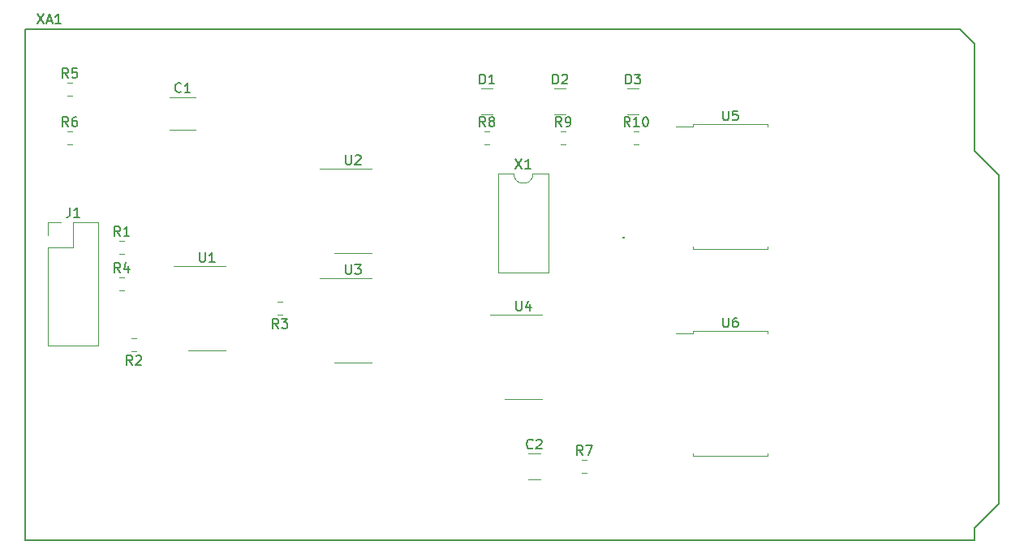
<source format=gbr>
G04 #@! TF.GenerationSoftware,KiCad,Pcbnew,(5.1.5-0-10_14)*
G04 #@! TF.CreationDate,2020-02-25T20:07:17-06:00*
G04 #@! TF.ProjectId,Electronic Target,456c6563-7472-46f6-9e69-632054617267,rev?*
G04 #@! TF.SameCoordinates,Original*
G04 #@! TF.FileFunction,Legend,Top*
G04 #@! TF.FilePolarity,Positive*
%FSLAX46Y46*%
G04 Gerber Fmt 4.6, Leading zero omitted, Abs format (unit mm)*
G04 Created by KiCad (PCBNEW (5.1.5-0-10_14)) date 2020-02-25 20:07:17*
%MOMM*%
%LPD*%
G04 APERTURE LIST*
%ADD10C,0.150000*%
%ADD11C,0.120000*%
G04 APERTURE END LIST*
D10*
X109295001Y-43255001D02*
X109295001Y-96595001D01*
X208355001Y-55955001D02*
X208355001Y-44779001D01*
X210895001Y-58495001D02*
X208355001Y-55955001D01*
X210895001Y-92785001D02*
X210895001Y-58495001D01*
X208355001Y-95325001D02*
X210895001Y-92785001D01*
X208355001Y-96595001D02*
X208355001Y-95325001D01*
X206831001Y-43255001D02*
X208355001Y-44779001D01*
X109295001Y-96595001D02*
X208355001Y-96595001D01*
X109295001Y-43255001D02*
X206831001Y-43255001D01*
D11*
X124343748Y-50360000D02*
X127116252Y-50360000D01*
X124343748Y-53780000D02*
X127116252Y-53780000D01*
X161827936Y-87540000D02*
X163032064Y-87540000D01*
X161827936Y-90260000D02*
X163032064Y-90260000D01*
X156877936Y-52160000D02*
X158082064Y-52160000D01*
X156877936Y-49440000D02*
X158082064Y-49440000D01*
X164497936Y-49440000D02*
X165702064Y-49440000D01*
X164497936Y-52160000D02*
X165702064Y-52160000D01*
X172117936Y-52160000D02*
X173322064Y-52160000D01*
X172117936Y-49440000D02*
X173322064Y-49440000D01*
X111700000Y-76260000D02*
X116900000Y-76260000D01*
X111700000Y-66040000D02*
X111700000Y-76260000D01*
X116900000Y-63440000D02*
X116900000Y-76260000D01*
X111700000Y-66040000D02*
X114300000Y-66040000D01*
X114300000Y-66040000D02*
X114300000Y-63440000D01*
X114300000Y-63440000D02*
X116900000Y-63440000D01*
X111700000Y-64770000D02*
X111700000Y-63440000D01*
X111700000Y-63440000D02*
X113030000Y-63440000D01*
X119121422Y-65330000D02*
X119638578Y-65330000D01*
X119121422Y-66750000D02*
X119638578Y-66750000D01*
X120908578Y-75490000D02*
X120391422Y-75490000D01*
X120908578Y-76910000D02*
X120391422Y-76910000D01*
X136148578Y-73100000D02*
X135631422Y-73100000D01*
X136148578Y-71680000D02*
X135631422Y-71680000D01*
X119121422Y-69140000D02*
X119638578Y-69140000D01*
X119121422Y-70560000D02*
X119638578Y-70560000D01*
X113708922Y-50240000D02*
X114226078Y-50240000D01*
X113708922Y-48820000D02*
X114226078Y-48820000D01*
X113708922Y-53900000D02*
X114226078Y-53900000D01*
X113708922Y-55320000D02*
X114226078Y-55320000D01*
X167381422Y-89610000D02*
X167898578Y-89610000D01*
X167381422Y-88190000D02*
X167898578Y-88190000D01*
X157221422Y-55320000D02*
X157738578Y-55320000D01*
X157221422Y-53900000D02*
X157738578Y-53900000D01*
X165173922Y-53900000D02*
X165691078Y-53900000D01*
X165173922Y-55320000D02*
X165691078Y-55320000D01*
X172793922Y-55320000D02*
X173311078Y-55320000D01*
X172793922Y-53900000D02*
X173311078Y-53900000D01*
X128270000Y-67955000D02*
X124820000Y-67955000D01*
X128270000Y-67955000D02*
X130220000Y-67955000D01*
X128270000Y-76825000D02*
X126320000Y-76825000D01*
X128270000Y-76825000D02*
X130220000Y-76825000D01*
X143510000Y-66665000D02*
X145460000Y-66665000D01*
X143510000Y-66665000D02*
X141560000Y-66665000D01*
X143510000Y-57795000D02*
X145460000Y-57795000D01*
X143510000Y-57795000D02*
X140060000Y-57795000D01*
X143510000Y-78095000D02*
X145460000Y-78095000D01*
X143510000Y-78095000D02*
X141560000Y-78095000D01*
X143510000Y-69225000D02*
X145460000Y-69225000D01*
X143510000Y-69225000D02*
X140060000Y-69225000D01*
X161290000Y-73035000D02*
X157840000Y-73035000D01*
X161290000Y-73035000D02*
X163240000Y-73035000D01*
X161290000Y-81905000D02*
X159340000Y-81905000D01*
X161290000Y-81905000D02*
X163240000Y-81905000D01*
X182880000Y-66200000D02*
X186740000Y-66200000D01*
X186740000Y-66200000D02*
X186740000Y-65965000D01*
X182880000Y-66200000D02*
X179020000Y-66200000D01*
X179020000Y-66200000D02*
X179020000Y-65965000D01*
X182880000Y-53180000D02*
X186740000Y-53180000D01*
X186740000Y-53180000D02*
X186740000Y-53415000D01*
X182880000Y-53180000D02*
X179020000Y-53180000D01*
X179020000Y-53180000D02*
X179020000Y-53415000D01*
X179020000Y-53415000D02*
X177205000Y-53415000D01*
X179020000Y-75005000D02*
X177205000Y-75005000D01*
X179020000Y-74770000D02*
X179020000Y-75005000D01*
X182880000Y-74770000D02*
X179020000Y-74770000D01*
X186740000Y-74770000D02*
X186740000Y-75005000D01*
X182880000Y-74770000D02*
X186740000Y-74770000D01*
X179020000Y-87790000D02*
X179020000Y-87555000D01*
X182880000Y-87790000D02*
X179020000Y-87790000D01*
X186740000Y-87790000D02*
X186740000Y-87555000D01*
X182880000Y-87790000D02*
X186740000Y-87790000D01*
X162290000Y-58360000D02*
G75*
G02X160290000Y-58360000I-1000000J0D01*
G01*
X160290000Y-58360000D02*
X158640000Y-58360000D01*
X158640000Y-58360000D02*
X158640000Y-68640000D01*
X158640000Y-68640000D02*
X163940000Y-68640000D01*
X163940000Y-68640000D02*
X163940000Y-58360000D01*
X163940000Y-58360000D02*
X162290000Y-58360000D01*
D10*
X110596905Y-41691381D02*
X111263572Y-42691381D01*
X111263572Y-41691381D02*
X110596905Y-42691381D01*
X111596905Y-42405667D02*
X112073096Y-42405667D01*
X111501667Y-42691381D02*
X111835001Y-41691381D01*
X112168334Y-42691381D01*
X113025477Y-42691381D02*
X112454048Y-42691381D01*
X112739762Y-42691381D02*
X112739762Y-41691381D01*
X112644524Y-41834239D01*
X112549286Y-41929477D01*
X112454048Y-41977096D01*
X171779001Y-64948143D02*
X171826620Y-64995762D01*
X171779001Y-65043381D01*
X171731381Y-64995762D01*
X171779001Y-64948143D01*
X171779001Y-65043381D01*
X125563333Y-49777142D02*
X125515714Y-49824761D01*
X125372857Y-49872380D01*
X125277619Y-49872380D01*
X125134761Y-49824761D01*
X125039523Y-49729523D01*
X124991904Y-49634285D01*
X124944285Y-49443809D01*
X124944285Y-49300952D01*
X124991904Y-49110476D01*
X125039523Y-49015238D01*
X125134761Y-48920000D01*
X125277619Y-48872380D01*
X125372857Y-48872380D01*
X125515714Y-48920000D01*
X125563333Y-48967619D01*
X126515714Y-49872380D02*
X125944285Y-49872380D01*
X126230000Y-49872380D02*
X126230000Y-48872380D01*
X126134761Y-49015238D01*
X126039523Y-49110476D01*
X125944285Y-49158095D01*
X162263333Y-86977142D02*
X162215714Y-87024761D01*
X162072857Y-87072380D01*
X161977619Y-87072380D01*
X161834761Y-87024761D01*
X161739523Y-86929523D01*
X161691904Y-86834285D01*
X161644285Y-86643809D01*
X161644285Y-86500952D01*
X161691904Y-86310476D01*
X161739523Y-86215238D01*
X161834761Y-86120000D01*
X161977619Y-86072380D01*
X162072857Y-86072380D01*
X162215714Y-86120000D01*
X162263333Y-86167619D01*
X162644285Y-86167619D02*
X162691904Y-86120000D01*
X162787142Y-86072380D01*
X163025238Y-86072380D01*
X163120476Y-86120000D01*
X163168095Y-86167619D01*
X163215714Y-86262857D01*
X163215714Y-86358095D01*
X163168095Y-86500952D01*
X162596666Y-87072380D01*
X163215714Y-87072380D01*
X156741904Y-48972380D02*
X156741904Y-47972380D01*
X156980000Y-47972380D01*
X157122857Y-48020000D01*
X157218095Y-48115238D01*
X157265714Y-48210476D01*
X157313333Y-48400952D01*
X157313333Y-48543809D01*
X157265714Y-48734285D01*
X157218095Y-48829523D01*
X157122857Y-48924761D01*
X156980000Y-48972380D01*
X156741904Y-48972380D01*
X158265714Y-48972380D02*
X157694285Y-48972380D01*
X157980000Y-48972380D02*
X157980000Y-47972380D01*
X157884761Y-48115238D01*
X157789523Y-48210476D01*
X157694285Y-48258095D01*
X164361904Y-48972380D02*
X164361904Y-47972380D01*
X164600000Y-47972380D01*
X164742857Y-48020000D01*
X164838095Y-48115238D01*
X164885714Y-48210476D01*
X164933333Y-48400952D01*
X164933333Y-48543809D01*
X164885714Y-48734285D01*
X164838095Y-48829523D01*
X164742857Y-48924761D01*
X164600000Y-48972380D01*
X164361904Y-48972380D01*
X165314285Y-48067619D02*
X165361904Y-48020000D01*
X165457142Y-47972380D01*
X165695238Y-47972380D01*
X165790476Y-48020000D01*
X165838095Y-48067619D01*
X165885714Y-48162857D01*
X165885714Y-48258095D01*
X165838095Y-48400952D01*
X165266666Y-48972380D01*
X165885714Y-48972380D01*
X171981904Y-48972380D02*
X171981904Y-47972380D01*
X172220000Y-47972380D01*
X172362857Y-48020000D01*
X172458095Y-48115238D01*
X172505714Y-48210476D01*
X172553333Y-48400952D01*
X172553333Y-48543809D01*
X172505714Y-48734285D01*
X172458095Y-48829523D01*
X172362857Y-48924761D01*
X172220000Y-48972380D01*
X171981904Y-48972380D01*
X172886666Y-47972380D02*
X173505714Y-47972380D01*
X173172380Y-48353333D01*
X173315238Y-48353333D01*
X173410476Y-48400952D01*
X173458095Y-48448571D01*
X173505714Y-48543809D01*
X173505714Y-48781904D01*
X173458095Y-48877142D01*
X173410476Y-48924761D01*
X173315238Y-48972380D01*
X173029523Y-48972380D01*
X172934285Y-48924761D01*
X172886666Y-48877142D01*
X113966666Y-61892380D02*
X113966666Y-62606666D01*
X113919047Y-62749523D01*
X113823809Y-62844761D01*
X113680952Y-62892380D01*
X113585714Y-62892380D01*
X114966666Y-62892380D02*
X114395238Y-62892380D01*
X114680952Y-62892380D02*
X114680952Y-61892380D01*
X114585714Y-62035238D01*
X114490476Y-62130476D01*
X114395238Y-62178095D01*
X119213333Y-64842380D02*
X118880000Y-64366190D01*
X118641904Y-64842380D02*
X118641904Y-63842380D01*
X119022857Y-63842380D01*
X119118095Y-63890000D01*
X119165714Y-63937619D01*
X119213333Y-64032857D01*
X119213333Y-64175714D01*
X119165714Y-64270952D01*
X119118095Y-64318571D01*
X119022857Y-64366190D01*
X118641904Y-64366190D01*
X120165714Y-64842380D02*
X119594285Y-64842380D01*
X119880000Y-64842380D02*
X119880000Y-63842380D01*
X119784761Y-63985238D01*
X119689523Y-64080476D01*
X119594285Y-64128095D01*
X120483333Y-78302380D02*
X120150000Y-77826190D01*
X119911904Y-78302380D02*
X119911904Y-77302380D01*
X120292857Y-77302380D01*
X120388095Y-77350000D01*
X120435714Y-77397619D01*
X120483333Y-77492857D01*
X120483333Y-77635714D01*
X120435714Y-77730952D01*
X120388095Y-77778571D01*
X120292857Y-77826190D01*
X119911904Y-77826190D01*
X120864285Y-77397619D02*
X120911904Y-77350000D01*
X121007142Y-77302380D01*
X121245238Y-77302380D01*
X121340476Y-77350000D01*
X121388095Y-77397619D01*
X121435714Y-77492857D01*
X121435714Y-77588095D01*
X121388095Y-77730952D01*
X120816666Y-78302380D01*
X121435714Y-78302380D01*
X135723333Y-74492380D02*
X135390000Y-74016190D01*
X135151904Y-74492380D02*
X135151904Y-73492380D01*
X135532857Y-73492380D01*
X135628095Y-73540000D01*
X135675714Y-73587619D01*
X135723333Y-73682857D01*
X135723333Y-73825714D01*
X135675714Y-73920952D01*
X135628095Y-73968571D01*
X135532857Y-74016190D01*
X135151904Y-74016190D01*
X136056666Y-73492380D02*
X136675714Y-73492380D01*
X136342380Y-73873333D01*
X136485238Y-73873333D01*
X136580476Y-73920952D01*
X136628095Y-73968571D01*
X136675714Y-74063809D01*
X136675714Y-74301904D01*
X136628095Y-74397142D01*
X136580476Y-74444761D01*
X136485238Y-74492380D01*
X136199523Y-74492380D01*
X136104285Y-74444761D01*
X136056666Y-74397142D01*
X119213333Y-68652380D02*
X118880000Y-68176190D01*
X118641904Y-68652380D02*
X118641904Y-67652380D01*
X119022857Y-67652380D01*
X119118095Y-67700000D01*
X119165714Y-67747619D01*
X119213333Y-67842857D01*
X119213333Y-67985714D01*
X119165714Y-68080952D01*
X119118095Y-68128571D01*
X119022857Y-68176190D01*
X118641904Y-68176190D01*
X120070476Y-67985714D02*
X120070476Y-68652380D01*
X119832380Y-67604761D02*
X119594285Y-68319047D01*
X120213333Y-68319047D01*
X113800833Y-48332380D02*
X113467500Y-47856190D01*
X113229404Y-48332380D02*
X113229404Y-47332380D01*
X113610357Y-47332380D01*
X113705595Y-47380000D01*
X113753214Y-47427619D01*
X113800833Y-47522857D01*
X113800833Y-47665714D01*
X113753214Y-47760952D01*
X113705595Y-47808571D01*
X113610357Y-47856190D01*
X113229404Y-47856190D01*
X114705595Y-47332380D02*
X114229404Y-47332380D01*
X114181785Y-47808571D01*
X114229404Y-47760952D01*
X114324642Y-47713333D01*
X114562738Y-47713333D01*
X114657976Y-47760952D01*
X114705595Y-47808571D01*
X114753214Y-47903809D01*
X114753214Y-48141904D01*
X114705595Y-48237142D01*
X114657976Y-48284761D01*
X114562738Y-48332380D01*
X114324642Y-48332380D01*
X114229404Y-48284761D01*
X114181785Y-48237142D01*
X113800833Y-53412380D02*
X113467500Y-52936190D01*
X113229404Y-53412380D02*
X113229404Y-52412380D01*
X113610357Y-52412380D01*
X113705595Y-52460000D01*
X113753214Y-52507619D01*
X113800833Y-52602857D01*
X113800833Y-52745714D01*
X113753214Y-52840952D01*
X113705595Y-52888571D01*
X113610357Y-52936190D01*
X113229404Y-52936190D01*
X114657976Y-52412380D02*
X114467500Y-52412380D01*
X114372261Y-52460000D01*
X114324642Y-52507619D01*
X114229404Y-52650476D01*
X114181785Y-52840952D01*
X114181785Y-53221904D01*
X114229404Y-53317142D01*
X114277023Y-53364761D01*
X114372261Y-53412380D01*
X114562738Y-53412380D01*
X114657976Y-53364761D01*
X114705595Y-53317142D01*
X114753214Y-53221904D01*
X114753214Y-52983809D01*
X114705595Y-52888571D01*
X114657976Y-52840952D01*
X114562738Y-52793333D01*
X114372261Y-52793333D01*
X114277023Y-52840952D01*
X114229404Y-52888571D01*
X114181785Y-52983809D01*
X167473333Y-87702380D02*
X167140000Y-87226190D01*
X166901904Y-87702380D02*
X166901904Y-86702380D01*
X167282857Y-86702380D01*
X167378095Y-86750000D01*
X167425714Y-86797619D01*
X167473333Y-86892857D01*
X167473333Y-87035714D01*
X167425714Y-87130952D01*
X167378095Y-87178571D01*
X167282857Y-87226190D01*
X166901904Y-87226190D01*
X167806666Y-86702380D02*
X168473333Y-86702380D01*
X168044761Y-87702380D01*
X157313333Y-53412380D02*
X156980000Y-52936190D01*
X156741904Y-53412380D02*
X156741904Y-52412380D01*
X157122857Y-52412380D01*
X157218095Y-52460000D01*
X157265714Y-52507619D01*
X157313333Y-52602857D01*
X157313333Y-52745714D01*
X157265714Y-52840952D01*
X157218095Y-52888571D01*
X157122857Y-52936190D01*
X156741904Y-52936190D01*
X157884761Y-52840952D02*
X157789523Y-52793333D01*
X157741904Y-52745714D01*
X157694285Y-52650476D01*
X157694285Y-52602857D01*
X157741904Y-52507619D01*
X157789523Y-52460000D01*
X157884761Y-52412380D01*
X158075238Y-52412380D01*
X158170476Y-52460000D01*
X158218095Y-52507619D01*
X158265714Y-52602857D01*
X158265714Y-52650476D01*
X158218095Y-52745714D01*
X158170476Y-52793333D01*
X158075238Y-52840952D01*
X157884761Y-52840952D01*
X157789523Y-52888571D01*
X157741904Y-52936190D01*
X157694285Y-53031428D01*
X157694285Y-53221904D01*
X157741904Y-53317142D01*
X157789523Y-53364761D01*
X157884761Y-53412380D01*
X158075238Y-53412380D01*
X158170476Y-53364761D01*
X158218095Y-53317142D01*
X158265714Y-53221904D01*
X158265714Y-53031428D01*
X158218095Y-52936190D01*
X158170476Y-52888571D01*
X158075238Y-52840952D01*
X165265833Y-53412380D02*
X164932500Y-52936190D01*
X164694404Y-53412380D02*
X164694404Y-52412380D01*
X165075357Y-52412380D01*
X165170595Y-52460000D01*
X165218214Y-52507619D01*
X165265833Y-52602857D01*
X165265833Y-52745714D01*
X165218214Y-52840952D01*
X165170595Y-52888571D01*
X165075357Y-52936190D01*
X164694404Y-52936190D01*
X165742023Y-53412380D02*
X165932500Y-53412380D01*
X166027738Y-53364761D01*
X166075357Y-53317142D01*
X166170595Y-53174285D01*
X166218214Y-52983809D01*
X166218214Y-52602857D01*
X166170595Y-52507619D01*
X166122976Y-52460000D01*
X166027738Y-52412380D01*
X165837261Y-52412380D01*
X165742023Y-52460000D01*
X165694404Y-52507619D01*
X165646785Y-52602857D01*
X165646785Y-52840952D01*
X165694404Y-52936190D01*
X165742023Y-52983809D01*
X165837261Y-53031428D01*
X166027738Y-53031428D01*
X166122976Y-52983809D01*
X166170595Y-52936190D01*
X166218214Y-52840952D01*
X172409642Y-53412380D02*
X172076309Y-52936190D01*
X171838214Y-53412380D02*
X171838214Y-52412380D01*
X172219166Y-52412380D01*
X172314404Y-52460000D01*
X172362023Y-52507619D01*
X172409642Y-52602857D01*
X172409642Y-52745714D01*
X172362023Y-52840952D01*
X172314404Y-52888571D01*
X172219166Y-52936190D01*
X171838214Y-52936190D01*
X173362023Y-53412380D02*
X172790595Y-53412380D01*
X173076309Y-53412380D02*
X173076309Y-52412380D01*
X172981071Y-52555238D01*
X172885833Y-52650476D01*
X172790595Y-52698095D01*
X173981071Y-52412380D02*
X174076309Y-52412380D01*
X174171547Y-52460000D01*
X174219166Y-52507619D01*
X174266785Y-52602857D01*
X174314404Y-52793333D01*
X174314404Y-53031428D01*
X174266785Y-53221904D01*
X174219166Y-53317142D01*
X174171547Y-53364761D01*
X174076309Y-53412380D01*
X173981071Y-53412380D01*
X173885833Y-53364761D01*
X173838214Y-53317142D01*
X173790595Y-53221904D01*
X173742976Y-53031428D01*
X173742976Y-52793333D01*
X173790595Y-52602857D01*
X173838214Y-52507619D01*
X173885833Y-52460000D01*
X173981071Y-52412380D01*
X127508095Y-66562380D02*
X127508095Y-67371904D01*
X127555714Y-67467142D01*
X127603333Y-67514761D01*
X127698571Y-67562380D01*
X127889047Y-67562380D01*
X127984285Y-67514761D01*
X128031904Y-67467142D01*
X128079523Y-67371904D01*
X128079523Y-66562380D01*
X129079523Y-67562380D02*
X128508095Y-67562380D01*
X128793809Y-67562380D02*
X128793809Y-66562380D01*
X128698571Y-66705238D01*
X128603333Y-66800476D01*
X128508095Y-66848095D01*
X142748095Y-56402380D02*
X142748095Y-57211904D01*
X142795714Y-57307142D01*
X142843333Y-57354761D01*
X142938571Y-57402380D01*
X143129047Y-57402380D01*
X143224285Y-57354761D01*
X143271904Y-57307142D01*
X143319523Y-57211904D01*
X143319523Y-56402380D01*
X143748095Y-56497619D02*
X143795714Y-56450000D01*
X143890952Y-56402380D01*
X144129047Y-56402380D01*
X144224285Y-56450000D01*
X144271904Y-56497619D01*
X144319523Y-56592857D01*
X144319523Y-56688095D01*
X144271904Y-56830952D01*
X143700476Y-57402380D01*
X144319523Y-57402380D01*
X142748095Y-67832380D02*
X142748095Y-68641904D01*
X142795714Y-68737142D01*
X142843333Y-68784761D01*
X142938571Y-68832380D01*
X143129047Y-68832380D01*
X143224285Y-68784761D01*
X143271904Y-68737142D01*
X143319523Y-68641904D01*
X143319523Y-67832380D01*
X143700476Y-67832380D02*
X144319523Y-67832380D01*
X143986190Y-68213333D01*
X144129047Y-68213333D01*
X144224285Y-68260952D01*
X144271904Y-68308571D01*
X144319523Y-68403809D01*
X144319523Y-68641904D01*
X144271904Y-68737142D01*
X144224285Y-68784761D01*
X144129047Y-68832380D01*
X143843333Y-68832380D01*
X143748095Y-68784761D01*
X143700476Y-68737142D01*
X160528095Y-71642380D02*
X160528095Y-72451904D01*
X160575714Y-72547142D01*
X160623333Y-72594761D01*
X160718571Y-72642380D01*
X160909047Y-72642380D01*
X161004285Y-72594761D01*
X161051904Y-72547142D01*
X161099523Y-72451904D01*
X161099523Y-71642380D01*
X162004285Y-71975714D02*
X162004285Y-72642380D01*
X161766190Y-71594761D02*
X161528095Y-72309047D01*
X162147142Y-72309047D01*
X182118095Y-51792380D02*
X182118095Y-52601904D01*
X182165714Y-52697142D01*
X182213333Y-52744761D01*
X182308571Y-52792380D01*
X182499047Y-52792380D01*
X182594285Y-52744761D01*
X182641904Y-52697142D01*
X182689523Y-52601904D01*
X182689523Y-51792380D01*
X183641904Y-51792380D02*
X183165714Y-51792380D01*
X183118095Y-52268571D01*
X183165714Y-52220952D01*
X183260952Y-52173333D01*
X183499047Y-52173333D01*
X183594285Y-52220952D01*
X183641904Y-52268571D01*
X183689523Y-52363809D01*
X183689523Y-52601904D01*
X183641904Y-52697142D01*
X183594285Y-52744761D01*
X183499047Y-52792380D01*
X183260952Y-52792380D01*
X183165714Y-52744761D01*
X183118095Y-52697142D01*
X182118095Y-73382380D02*
X182118095Y-74191904D01*
X182165714Y-74287142D01*
X182213333Y-74334761D01*
X182308571Y-74382380D01*
X182499047Y-74382380D01*
X182594285Y-74334761D01*
X182641904Y-74287142D01*
X182689523Y-74191904D01*
X182689523Y-73382380D01*
X183594285Y-73382380D02*
X183403809Y-73382380D01*
X183308571Y-73430000D01*
X183260952Y-73477619D01*
X183165714Y-73620476D01*
X183118095Y-73810952D01*
X183118095Y-74191904D01*
X183165714Y-74287142D01*
X183213333Y-74334761D01*
X183308571Y-74382380D01*
X183499047Y-74382380D01*
X183594285Y-74334761D01*
X183641904Y-74287142D01*
X183689523Y-74191904D01*
X183689523Y-73953809D01*
X183641904Y-73858571D01*
X183594285Y-73810952D01*
X183499047Y-73763333D01*
X183308571Y-73763333D01*
X183213333Y-73810952D01*
X183165714Y-73858571D01*
X183118095Y-73953809D01*
X160480476Y-56812380D02*
X161147142Y-57812380D01*
X161147142Y-56812380D02*
X160480476Y-57812380D01*
X162051904Y-57812380D02*
X161480476Y-57812380D01*
X161766190Y-57812380D02*
X161766190Y-56812380D01*
X161670952Y-56955238D01*
X161575714Y-57050476D01*
X161480476Y-57098095D01*
M02*

</source>
